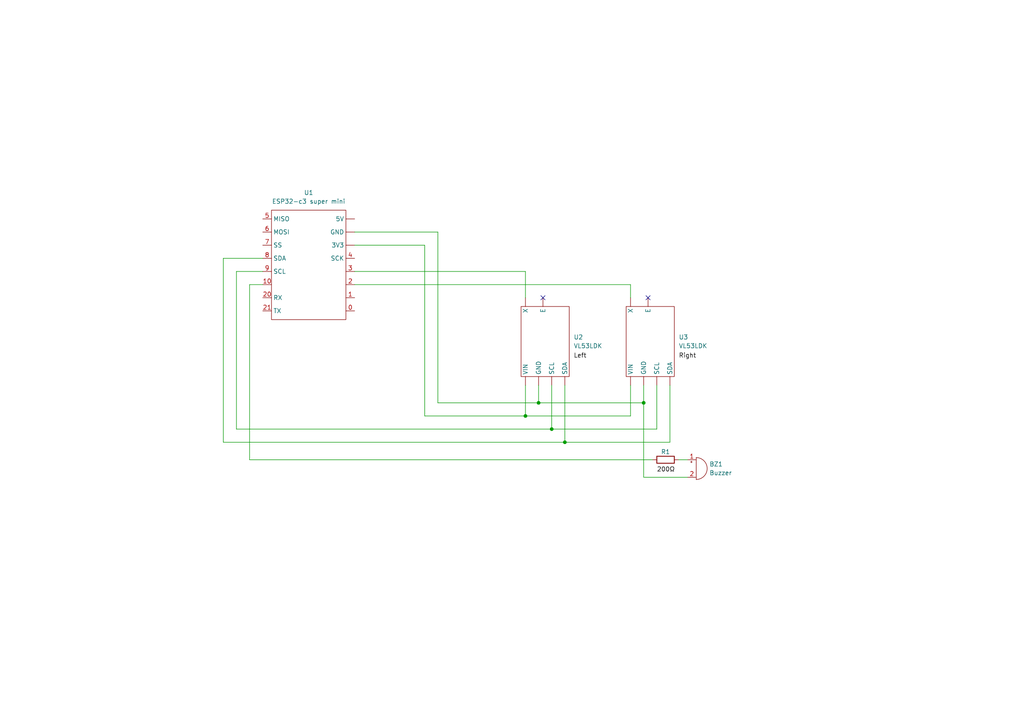
<source format=kicad_sch>
(kicad_sch (version 20231120) (generator "eeschema") (generator_version "8.0")
  (paper "A4")
  (title_block (title "Schemat połączeń w okularach") (date "2025-03-11") (comment 1 "Zasilanie poprzez port USB-C na ESP32-c3 (nie zawarty w schemacie)"))
  (lib_symbols
    (symbol "Device:Buzzer" (pin_names (offset 0.0254) hide)
      (property "Reference" "BZ" (at 3.81 1.27 0))
      (property "Value" "Buzzer" (at 3.81 -1.27 0))
      (symbol "Buzzer_0_1"
        (arc (start 0 -3.175) (mid 3.1612 0) (end 0 3.175))
        (polyline (pts (xy -1.651 1.905) (xy -1.143 1.905)))
        (polyline (pts (xy -1.397 2.159) (xy -1.397 1.651)))
        (polyline (pts (xy 0 3.175) (xy 0 -3.175)))
      )
      (symbol "Buzzer_1_1"
        (pin passive line (at -2.54 2.54 0) (length 2.54) (name "+") (number "1"))
        (pin passive line (at -2.54 -2.54 0) (length 2.54) (name "-") (number "2"))
      )
    )
    (symbol "Device:R" (pin_numbers hide) (pin_names (offset 0))
      (property "Reference" "R" (at 2.032 0 90))
      (property "Value" "R" (at 0 0 90))
      (symbol "R_0_1"
        (rectangle (start -1.016 -2.54) (end 1.016 2.54) (stroke (width 0.254)))
      )
      (symbol "R_1_1"
        (pin passive line (at 0 3.81 270) (length 1.27) (name "~") (number "1"))
        (pin passive line (at 0 -3.81 90) (length 1.27) (name "~") (number "2"))
      )
    )
    (symbol "okulary_parts:VL53LDK"
      (property "Reference" "U" (at 2.54 -9.144 0))
      (property "Value" "VL53LDK" (at 5.334 -4.826 0))
      (symbol "VL53LDK_0_1"
        (rectangle (start -1.27 0) (end 12.7 -20.32))
      )
      (symbol "VL53LDK_1_1"
        (pin bidirectional line (at 5.08 2.54 270) (length 2.54) (name "E") (number ""))
        (pin bidirectional line (at 3.81 -22.86 90) (length 2.54) (name "GND") (number ""))
        (pin bidirectional line (at 7.62 -22.86 90) (length 2.54) (name "SCL") (number ""))
        (pin bidirectional line (at 11.43 -22.86 90) (length 2.54) (name "SDA") (number ""))
        (pin bidirectional line (at 0 -22.86 90) (length 2.54) (name "VIN") (number ""))
        (pin bidirectional line (at 0 2.54 270) (length 2.54) (name "X") (number ""))
      )
    )
    (symbol "okulary_parts:esp32-c3_super_mini"
      (property "Reference" "U" (at 8.128 -21.59 0))
      (property "Value" "ESP32-c3 super mini" (at 10.922 1.524 0))
      (symbol "esp32-c3_super_mini_0_1"
        (rectangle (start 0 0) (end 21.59 -31.75))
      )
      (symbol "esp32-c3_super_mini_1_1"
        (pin power_in line (at 24.13 -10.16 180) (length 2.54) (name "3V3") (number ""))
        (pin power_in line (at 24.13 -2.54 180) (length 2.54) (name "5V") (number ""))
        (pin power_in line (at 24.13 -6.35 180) (length 2.54) (name "GND") (number ""))
        (pin bidirectional line (at 24.13 -29.21 180) (length 2.54) (name "") (number "0"))
        (pin bidirectional line (at 24.13 -25.4 180) (length 2.54) (name "") (number "1"))
        (pin bidirectional line (at -2.54 -21.59 0) (length 2.54) (name "") (number "10"))
        (pin bidirectional line (at 24.13 -21.59 180) (length 2.54) (name "") (number "2"))
        (pin bidirectional line (at -2.54 -25.4 0) (length 2.54) (name "RX") (number "20"))
        (pin bidirectional line (at -2.54 -29.21 0) (length 2.54) (name "TX") (number "21"))
        (pin bidirectional line (at 24.13 -17.78 180) (length 2.54) (name "") (number "3"))
        (pin bidirectional line (at 24.13 -13.97 180) (length 2.54) (name "SCK") (number "4"))
        (pin bidirectional line (at -2.54 -2.54 0) (length 2.54) (name "MISO") (number "5"))
        (pin bidirectional line (at -2.54 -6.35 0) (length 2.54) (name "MOSI") (number "6"))
        (pin bidirectional line (at -2.54 -10.16 0) (length 2.54) (name "SS") (number "7"))
        (pin bidirectional line (at -2.54 -13.97 0) (length 2.54) (name "SDA") (number "8"))
        (pin bidirectional line (at -2.54 -17.78 0) (length 2.54) (name "SCL") (number "9"))
      )
    )
  )
  (junction (at 156.21 116.84))
  (junction (at 152.4 120.65))
  (junction (at 186.69 116.84))
  (junction (at 160.02 124.46))
  (junction (at 163.83 128.27))
  (no_connect (at 187.96 86.36))
  (no_connect (at 157.48 86.36))
  (wire (pts (xy 156.21 111.76) (xy 156.21 116.84)))
  (wire (pts (xy 102.87 67.31) (xy 127 67.31)))
  (wire (pts (xy 152.4 78.74) (xy 102.87 78.74)))
  (wire (pts (xy 182.88 120.65) (xy 182.88 111.76)))
  (wire (pts (xy 152.4 120.65) (xy 152.4 111.76)))
  (wire (pts (xy 163.83 128.27) (xy 194.31 128.27)))
  (wire (pts (xy 163.83 128.27) (xy 163.83 111.76)))
  (wire (pts (xy 76.2 74.93) (xy 64.77 74.93)))
  (wire (pts (xy 127 67.31) (xy 127 116.84)))
  (wire (pts (xy 152.4 120.65) (xy 182.88 120.65)))
  (wire (pts (xy 102.87 82.55) (xy 182.88 82.55)))
  (wire (pts (xy 64.77 128.27) (xy 163.83 128.27)))
  (wire (pts (xy 196.85 133.35) (xy 199.39 133.35)))
  (wire (pts (xy 102.87 71.12) (xy 123.19 71.12)))
  (wire (pts (xy 76.2 82.55) (xy 72.39 82.55)))
  (wire (pts (xy 194.31 128.27) (xy 194.31 111.76)))
  (wire (pts (xy 72.39 133.35) (xy 189.23 133.35)))
  (wire (pts (xy 72.39 82.55) (xy 72.39 133.35)))
  (wire (pts (xy 186.69 116.84) (xy 186.69 111.76)))
  (wire (pts (xy 186.69 116.84) (xy 156.21 116.84)))
  (wire (pts (xy 182.88 82.55) (xy 182.88 86.36)))
  (wire (pts (xy 152.4 78.74) (xy 152.4 86.36)))
  (wire (pts (xy 68.58 78.74) (xy 68.58 124.46)))
  (wire (pts (xy 156.21 116.84) (xy 127 116.84)))
  (wire (pts (xy 68.58 124.46) (xy 160.02 124.46)))
  (wire (pts (xy 199.39 138.43) (xy 186.69 138.43)))
  (wire (pts (xy 123.19 120.65) (xy 152.4 120.65)))
  (wire (pts (xy 64.77 74.93) (xy 64.77 128.27)))
  (wire (pts (xy 186.69 138.43) (xy 186.69 116.84)))
  (wire (pts (xy 123.19 71.12) (xy 123.19 120.65)))
  (wire (pts (xy 76.2 78.74) (xy 68.58 78.74)))
  (wire (pts (xy 160.02 124.46) (xy 160.02 111.76)))
  (wire (pts (xy 190.5 124.46) (xy 190.5 111.76)))
  (wire (pts (xy 160.02 124.46) (xy 190.5 124.46)))
  (label "200Ω" (at 190.5 137.16 0))
  (label "Left" (at 166.37 104.14 0))
  (label "Right" (at 196.85 104.14 0))
  (symbol (lib_name "okulary_parts:VL53LDK") (lib_id "okulary_parts:VL53LDK") (at 152.4 88.9 0) (unit 1)
    (property "Reference" "U2" (at 166.37 97.7899 0) (effects (justify left)))
    (property "Value" "VL53LDK" (at 166.37 100.3299 0) (effects (justify left)))
  )
  (symbol (lib_name "okulary_parts:VL53LDK") (lib_id "okulary_parts:VL53LDK") (at 182.88 88.9 0) (unit 1)
    (property "Reference" "U3" (at 196.85 97.7899 0) (effects (justify left)))
    (property "Value" "VL53LDK" (at 196.85 100.3299 0) (effects (justify left)))
  )
  (symbol (lib_id "Device:R") (at 193.04 133.35 90) (unit 1)
    (property "Reference" "R1" (at 193.04 131.064 90))
    (property "Value" "R" (effects (hide yes)))
    (property "Description" "Resistor" (effects (hide yes)))
  )
  (symbol (lib_id "okulary_parts:esp32-c3_super_mini") (at 78.74 60.96 0) (unit 1)
    (property "Reference" "U1" (at 89.535 55.88 0))
    (property "Value" "ESP32-c3 super mini" (at 89.535 58.42 0))
  )
  (symbol (lib_id "Device:Buzzer") (at 201.93 135.89 0) (unit 1)
    (property "Reference" "BZ1" (at 205.74 134.6199 0) (effects (justify left)))
    (property "Value" "Buzzer" (at 205.74 137.1599 0) (effects (justify left)))
    (property "Description" "Buzzer, polarized" (effects (hide yes)))
  )
)
</source>
